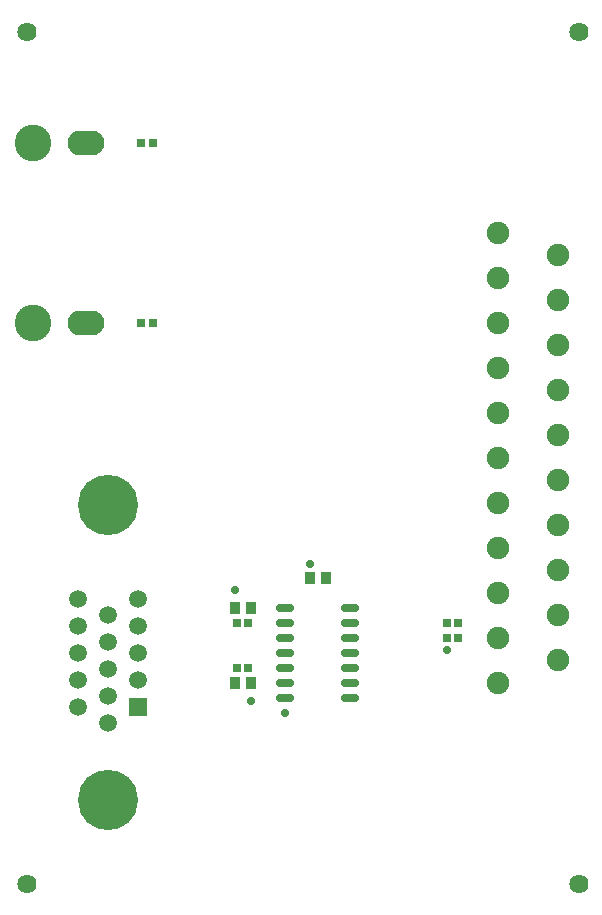
<source format=gts>
G04*
G04 #@! TF.GenerationSoftware,Altium Limited,Altium Designer,18.1.7 (191)*
G04*
G04 Layer_Color=8388736*
%FSLAX25Y25*%
%MOIN*%
G70*
G01*
G75*
%ADD15R,0.02565X0.02565*%
%ADD16R,0.03747X0.04140*%
%ADD17O,0.06109X0.02762*%
%ADD18R,0.05912X0.05912*%
%ADD19C,0.05912*%
%ADD20C,0.06400*%
%ADD21C,0.00400*%
%ADD22C,0.07487*%
%ADD23C,0.20085*%
%ADD24O,0.12211X0.08274*%
%ADD25C,0.12211*%
%ADD26C,0.02900*%
D15*
X151870Y90000D02*
D03*
X148130D02*
D03*
Y95000D02*
D03*
X151870D02*
D03*
X81870Y80000D02*
D03*
X78130D02*
D03*
X50000Y195000D02*
D03*
X46260D02*
D03*
X50000Y255000D02*
D03*
X46260D02*
D03*
X78130Y95000D02*
D03*
X81870D02*
D03*
D16*
X77342Y75000D02*
D03*
X82657D02*
D03*
X102342Y110000D02*
D03*
X107658D02*
D03*
X77342Y100000D02*
D03*
X82657D02*
D03*
D17*
X94272D02*
D03*
Y95000D02*
D03*
Y90000D02*
D03*
Y85000D02*
D03*
Y80000D02*
D03*
Y75000D02*
D03*
Y70000D02*
D03*
X115728Y100000D02*
D03*
Y95000D02*
D03*
Y90000D02*
D03*
Y85000D02*
D03*
Y80000D02*
D03*
Y75000D02*
D03*
Y70000D02*
D03*
D18*
X45000Y66969D02*
D03*
D19*
Y75984D02*
D03*
Y85000D02*
D03*
X25000D02*
D03*
Y94016D02*
D03*
Y66969D02*
D03*
Y75984D02*
D03*
X45000Y94016D02*
D03*
X35000Y88504D02*
D03*
X25000Y103032D02*
D03*
X45000D02*
D03*
X35000Y61457D02*
D03*
Y70472D02*
D03*
Y79488D02*
D03*
Y97520D02*
D03*
D20*
X8000Y8000D02*
D03*
X192000D02*
D03*
Y292000D02*
D03*
X8000D02*
D03*
D21*
X193937Y253937D02*
D03*
Y46063D02*
D03*
D22*
X165000Y225000D02*
D03*
Y210000D02*
D03*
Y180000D02*
D03*
Y195000D02*
D03*
Y135000D02*
D03*
Y120000D02*
D03*
Y150000D02*
D03*
Y165000D02*
D03*
Y105000D02*
D03*
Y75000D02*
D03*
Y90000D02*
D03*
X185000Y82461D02*
D03*
Y97461D02*
D03*
Y157461D02*
D03*
Y142461D02*
D03*
Y112461D02*
D03*
Y127461D02*
D03*
Y187461D02*
D03*
Y172461D02*
D03*
Y202461D02*
D03*
Y217461D02*
D03*
D23*
X35000Y35807D02*
D03*
Y134193D02*
D03*
D24*
X27701Y195000D02*
D03*
Y255000D02*
D03*
D25*
X10000Y195000D02*
D03*
Y255000D02*
D03*
D26*
X148000Y86000D02*
D03*
X94272Y65000D02*
D03*
X102342Y114657D02*
D03*
X82657Y69000D02*
D03*
X77342Y106000D02*
D03*
M02*

</source>
